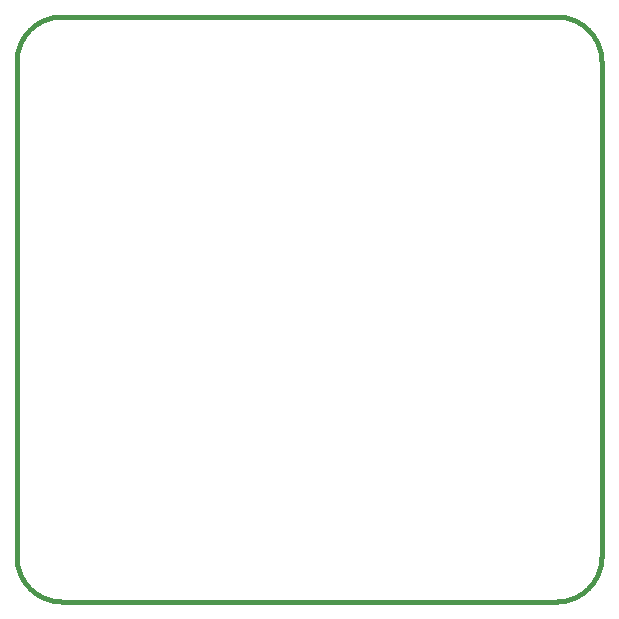
<source format=gbr>
G04 (created by PCBNEW (2013-07-07 BZR 4022)-stable) date 02/06/2014 16:55:50*
%MOIN*%
G04 Gerber Fmt 3.4, Leading zero omitted, Abs format*
%FSLAX34Y34*%
G01*
G70*
G90*
G04 APERTURE LIST*
%ADD10C,0.00590551*%
%ADD11C,0.015*%
G04 APERTURE END LIST*
G54D10*
G54D11*
X5000Y-7000D02*
X5000Y9500D01*
X23000Y-8500D02*
X6500Y-8500D01*
X24500Y9500D02*
X24500Y-7000D01*
X6500Y11000D02*
X23000Y11000D01*
X6500Y11000D02*
G75*
G03X5000Y9500I0J-1500D01*
G74*
G01*
X5000Y-7000D02*
G75*
G03X6500Y-8500I1500J0D01*
G74*
G01*
X23000Y-8500D02*
G75*
G03X24500Y-7000I0J1500D01*
G74*
G01*
X24500Y9500D02*
G75*
G03X23000Y11000I-1500J0D01*
G74*
G01*
M02*

</source>
